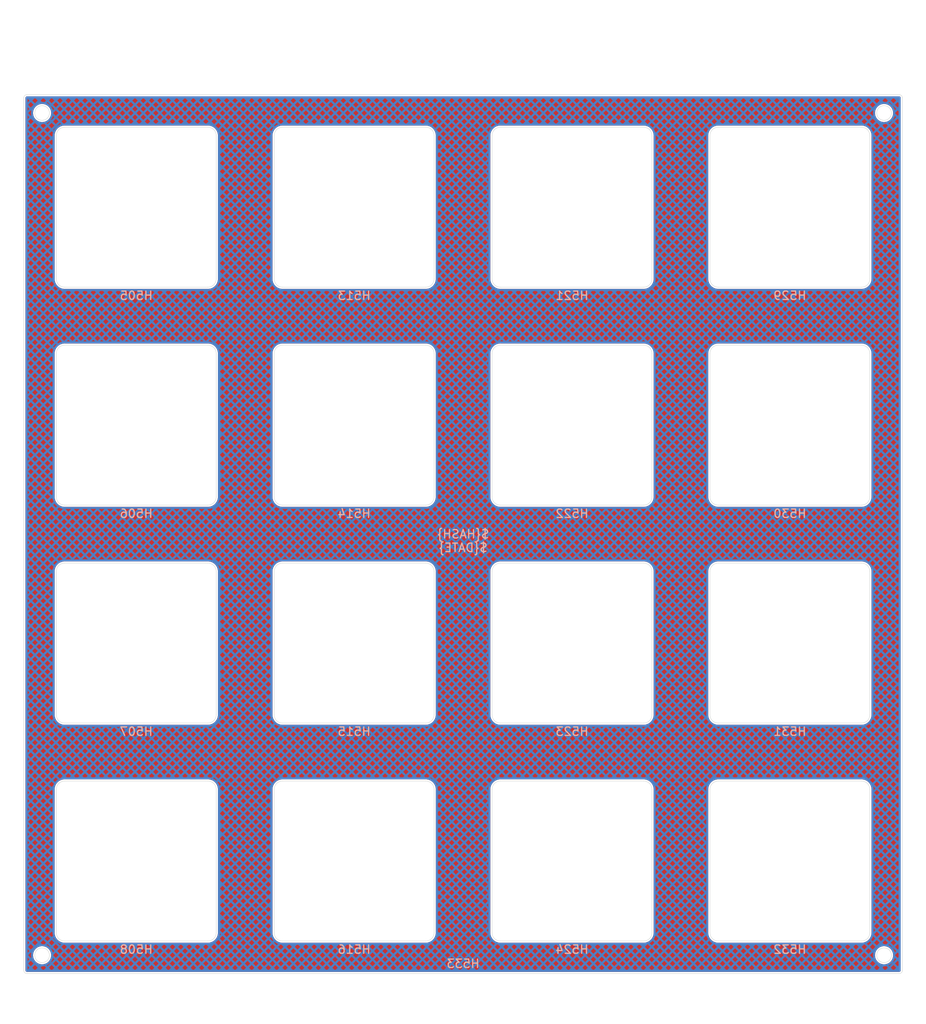
<source format=kicad_pcb>
(kicad_pcb (version 20240108) (generator "pcbnew") (generator_version "8.0")
  (layers (0 "F.Cu" signal) (31 "B.Cu" signal) (34 "B.Paste" user) (35 "F.Paste" user) (36 "B.SilkS" user "B.Silkscreen") (37 "F.SilkS" user "F.Silkscreen") (38 "B.Mask" user) (39 "F.Mask" user) (44 "Edge.Cuts" user))
  (net 0 "")
  (footprint "suku_basics:FP_BUTTON" (layer "F.Cu") (at 138.814375 87.061875)
    (property "Reference" "H530" (at 0 10.5 0) (layer "B.SilkS") (effects (justify mirror)))
    (property "Value" "Button")
    (fp_line (start -9.5 8.5) (end -9.5 -8.5) (stroke (width 0.05)) (layer "Edge.Cuts"))
    (fp_line (start -8.5 -9.5) (end 8.5 -9.5) (stroke (width 0.05)) (layer "Edge.Cuts"))
    (fp_line (start 8.5 9.5) (end -8.5 9.5) (stroke (width 0.05)) (layer "Edge.Cuts"))
    (fp_line (start 9.5 -8.5) (end 9.5 8.5) (stroke (width 0.05)) (layer "Edge.Cuts"))
    (fp_arc (start -9.5 -8.5) (mid -9.207089 -9.207089) (end -8.5 -9.5) (stroke (width 0.05)) (layer "Edge.Cuts"))
    (fp_arc (start -8.5 9.5) (mid -9.207114 9.207114) (end -9.5 8.5) (stroke (width 0.05)) (layer "Edge.Cuts"))
    (fp_arc (start 8.5 -9.5) (mid 9.207107 -9.207107) (end 9.5 -8.5) (stroke (width 0.05)) (layer "Edge.Cuts"))
    (fp_arc (start 9.5 8.5) (mid 9.207124 9.207124) (end 8.5 9.5) (stroke (width 0.05)) (layer "Edge.Cuts"))
  )
  (footprint "suku_basics:FP_BUTTON" (layer "F.Cu") (at 87.061875 112.938125)
    (property "Reference" "H515" (at 0 10.5 0) (layer "B.SilkS") (effects (justify mirror)))
    (property "Value" "Button")
    (fp_line (start -9.5 8.5) (end -9.5 -8.5) (stroke (width 0.05)) (layer "Edge.Cuts"))
    (fp_line (start -8.5 -9.5) (end 8.5 -9.5) (stroke (width 0.05)) (layer "Edge.Cuts"))
    (fp_line (start 8.5 9.5) (end -8.5 9.5) (stroke (width 0.05)) (layer "Edge.Cuts"))
    (fp_line (start 9.5 -8.5) (end 9.5 8.5) (stroke (width 0.05)) (layer "Edge.Cuts"))
    (fp_arc (start -9.5 -8.5) (mid -9.207089 -9.207089) (end -8.5 -9.5) (stroke (width 0.05)) (layer "Edge.Cuts"))
    (fp_arc (start -8.5 9.5) (mid -9.207114 9.207114) (end -9.5 8.5) (stroke (width 0.05)) (layer "Edge.Cuts"))
    (fp_arc (start 8.5 -9.5) (mid 9.207107 -9.207107) (end 9.5 -8.5) (stroke (width 0.05)) (layer "Edge.Cuts"))
    (fp_arc (start 9.5 8.5) (mid 9.207124 9.207124) (end 8.5 9.5) (stroke (width 0.05)) (layer "Edge.Cuts"))
  )
  (footprint "suku_basics:FP_BUTTON" (layer "F.Cu") (at 87.061875 138.814375)
    (property "Reference" "H516" (at 0 10.5 0) (layer "B.SilkS") (effects (justify mirror)))
    (property "Value" "Button")
    (fp_line (start -9.5 8.5) (end -9.5 -8.5) (stroke (width 0.05)) (layer "Edge.Cuts"))
    (fp_line (start -8.5 -9.5) (end 8.5 -9.5) (stroke (width 0.05)) (layer "Edge.Cuts"))
    (fp_line (start 8.5 9.5) (end -8.5 9.5) (stroke (width 0.05)) (layer "Edge.Cuts"))
    (fp_line (start 9.5 -8.5) (end 9.5 8.5) (stroke (width 0.05)) (layer "Edge.Cuts"))
    (fp_arc (start -9.5 -8.5) (mid -9.207089 -9.207089) (end -8.5 -9.5) (stroke (width 0.05)) (layer "Edge.Cuts"))
    (fp_arc (start -8.5 9.5) (mid -9.207114 9.207114) (end -9.5 8.5) (stroke (width 0.05)) (layer "Edge.Cuts"))
    (fp_arc (start 8.5 -9.5) (mid 9.207107 -9.207107) (end 9.5 -8.5) (stroke (width 0.05)) (layer "Edge.Cuts"))
    (fp_arc (start 9.5 8.5) (mid 9.207124 9.207124) (end 8.5 9.5) (stroke (width 0.05)) (layer "Edge.Cuts"))
  )
  (footprint "suku_basics:FP_BUTTON" (layer "F.Cu") (at 112.938125 112.938125)
    (property "Reference" "H523" (at 0 10.5 0) (layer "B.SilkS") (effects (justify mirror)))
    (property "Value" "Button")
    (fp_line (start -9.5 8.5) (end -9.5 -8.5) (stroke (width 0.05)) (layer "Edge.Cuts"))
    (fp_line (start -8.5 -9.5) (end 8.5 -9.5) (stroke (width 0.05)) (layer "Edge.Cuts"))
    (fp_line (start 8.5 9.5) (end -8.5 9.5) (stroke (width 0.05)) (layer "Edge.Cuts"))
    (fp_line (start 9.5 -8.5) (end 9.5 8.5) (stroke (width 0.05)) (layer "Edge.Cuts"))
    (fp_arc (start -9.5 -8.5) (mid -9.207089 -9.207089) (end -8.5 -9.5) (stroke (width 0.05)) (layer "Edge.Cuts"))
    (fp_arc (start -8.5 9.5) (mid -9.207114 9.207114) (end -9.5 8.5) (stroke (width 0.05)) (layer "Edge.Cuts"))
    (fp_arc (start 8.5 -9.5) (mid 9.207107 -9.207107) (end 9.5 -8.5) (stroke (width 0.05)) (layer "Edge.Cuts"))
    (fp_arc (start 9.5 8.5) (mid 9.207124 9.207124) (end 8.5 9.5) (stroke (width 0.05)) (layer "Edge.Cuts"))
  )
  (footprint "suku_basics:FP_BUTTON" (layer "F.Cu") (at 138.814375 61.185625)
    (property "Reference" "H529" (at 0 10.5 0) (layer "B.SilkS") (effects (justify mirror)))
    (property "Value" "Button")
    (fp_line (start -9.5 8.5) (end -9.5 -8.5) (stroke (width 0.05)) (layer "Edge.Cuts"))
    (fp_line (start -8.5 -9.5) (end 8.5 -9.5) (stroke (width 0.05)) (layer "Edge.Cuts"))
    (fp_line (start 8.5 9.5) (end -8.5 9.5) (stroke (width 0.05)) (layer "Edge.Cuts"))
    (fp_line (start 9.5 -8.5) (end 9.5 8.5) (stroke (width 0.05)) (layer "Edge.Cuts"))
    (fp_arc (start -9.5 -8.5) (mid -9.207089 -9.207089) (end -8.5 -9.5) (stroke (width 0.05)) (layer "Edge.Cuts"))
    (fp_arc (start -8.5 9.5) (mid -9.207114 9.207114) (end -9.5 8.5) (stroke (width 0.05)) (layer "Edge.Cuts"))
    (fp_arc (start 8.5 -9.5) (mid 9.207107 -9.207107) (end 9.5 -8.5) (stroke (width 0.05)) (layer "Edge.Cuts"))
    (fp_arc (start 9.5 8.5) (mid 9.207124 9.207124) (end 8.5 9.5) (stroke (width 0.05)) (layer "Edge.Cuts"))
  )
  (footprint "suku_basics:FP_BUTTON" (layer "F.Cu") (at 138.814375 112.938125)
    (property "Reference" "H531" (at 0 10.5 0) (layer "B.SilkS") (effects (justify mirror)))
    (property "Value" "Button")
    (fp_line (start -9.5 8.5) (end -9.5 -8.5) (stroke (width 0.05)) (layer "Edge.Cuts"))
    (fp_line (start -8.5 -9.5) (end 8.5 -9.5) (stroke (width 0.05)) (layer "Edge.Cuts"))
    (fp_line (start 8.5 9.5) (end -8.5 9.5) (stroke (width 0.05)) (layer "Edge.Cuts"))
    (fp_line (start 9.5 -8.5) (end 9.5 8.5) (stroke (width 0.05)) (layer "Edge.Cuts"))
    (fp_arc (start -9.5 -8.5) (mid -9.207089 -9.207089) (end -8.5 -9.5) (stroke (width 0.05)) (layer "Edge.Cuts"))
    (fp_arc (start -8.5 9.5) (mid -9.207114 9.207114) (end -9.5 8.5) (stroke (width 0.05)) (layer "Edge.Cuts"))
    (fp_arc (start 8.5 -9.5) (mid 9.207107 -9.207107) (end 9.5 -8.5) (stroke (width 0.05)) (layer "Edge.Cuts"))
    (fp_arc (start 9.5 8.5) (mid 9.207124 9.207124) (end 8.5 9.5) (stroke (width 0.05)) (layer "Edge.Cuts"))
  )
  (footprint "suku_basics:FP_BUTTON" (layer "F.Cu") (at 61.185625 112.938125)
    (property "Reference" "H507" (at 0 10.5 0) (layer "B.SilkS") (effects (justify mirror)))
    (property "Value" "Button")
    (fp_line (start -9.5 8.5) (end -9.5 -8.5) (stroke (width 0.05)) (layer "Edge.Cuts"))
    (fp_line (start -8.5 -9.5) (end 8.5 -9.5) (stroke (width 0.05)) (layer "Edge.Cuts"))
    (fp_line (start 8.5 9.5) (end -8.5 9.5) (stroke (width 0.05)) (layer "Edge.Cuts"))
    (fp_line (start 9.5 -8.5) (end 9.5 8.5) (stroke (width 0.05)) (layer "Edge.Cuts"))
    (fp_arc (start -9.5 -8.5) (mid -9.207089 -9.207089) (end -8.5 -9.5) (stroke (width 0.05)) (layer "Edge.Cuts"))
    (fp_arc (start -8.5 9.5) (mid -9.207114 9.207114) (end -9.5 8.5) (stroke (width 0.05)) (layer "Edge.Cuts"))
    (fp_arc (start 8.5 -9.5) (mid 9.207107 -9.207107) (end 9.5 -8.5) (stroke (width 0.05)) (layer "Edge.Cuts"))
    (fp_arc (start 9.5 8.5) (mid 9.207124 9.207124) (end 8.5 9.5) (stroke (width 0.05)) (layer "Edge.Cuts"))
  )
  (footprint "suku_basics:FP_OUTLINE" (layer "F.Cu") (at 100 100)
    (property "Reference" "H533" (at 0 51 0) (layer "B.SilkS") (effects (justify mirror)))
    (property "Value" "Outline")
    (fp_line (start -52.175 51.8) (end -52.175 -51.8) (stroke (width 0.05)) (layer "Edge.Cuts"))
    (fp_line (start -51.8 -52.175) (end 51.8 -52.175) (stroke (width 0.05)) (layer "Edge.Cuts"))
    (fp_line (start 51.8 52.175) (end -51.8 52.175) (stroke (width 0.05)) (layer "Edge.Cuts"))
    (fp_line (start 52.175 -51.8) (end 52.175 51.8) (stroke (width 0.05)) (layer "Edge.Cuts"))
    (fp_arc (start -52.175 -51.8) (mid -52.065165 -52.065165) (end -51.8 -52.175) (stroke (width 0.05)) (layer "Edge.Cuts"))
    (fp_arc (start -51.8 52.175) (mid -52.065165 52.065165) (end -52.175 51.8) (stroke (width 0.05)) (layer "Edge.Cuts"))
    (fp_arc (start 51.8 -52.175) (mid 52.065165 -52.065165) (end 52.175 -51.8) (stroke (width 0.05)) (layer "Edge.Cuts"))
    (fp_arc (start 52.175 51.8) (mid 52.065165 52.065165) (end 51.8 52.175) (stroke (width 0.05)) (layer "Edge.Cuts"))
    (fp_circle (center -50 -50) (end -49.125 -50) (stroke (width 0.05)) (fill none) (layer "Edge.Cuts"))
    (fp_circle (center -50 50) (end -49.125 50) (stroke (width 0.05)) (fill none) (layer "Edge.Cuts"))
    (fp_circle (center 50 -50) (end 50.875 -50) (stroke (width 0.05)) (fill none) (layer "Edge.Cuts"))
    (fp_circle (center 50 50) (end 50.875 50) (stroke (width 0.05)) (fill none) (layer "Edge.Cuts"))
  )
  (footprint "suku_basics:FP_BUTTON" (layer "F.Cu") (at 61.185625 138.814375)
    (property "Reference" "H508" (at 0 10.5 0) (layer "B.SilkS") (effects (justify mirror)))
    (property "Value" "Button")
    (fp_line (start -9.5 8.5) (end -9.5 -8.5) (stroke (width 0.05)) (layer "Edge.Cuts"))
    (fp_line (start -8.5 -9.5) (end 8.5 -9.5) (stroke (width 0.05)) (layer "Edge.Cuts"))
    (fp_line (start 8.5 9.5) (end -8.5 9.5) (stroke (width 0.05)) (layer "Edge.Cuts"))
    (fp_line (start 9.5 -8.5) (end 9.5 8.5) (stroke (width 0.05)) (layer "Edge.Cuts"))
    (fp_arc (start -9.5 -8.5) (mid -9.207089 -9.207089) (end -8.5 -9.5) (stroke (width 0.05)) (layer "Edge.Cuts"))
    (fp_arc (start -8.5 9.5) (mid -9.207114 9.207114) (end -9.5 8.5) (stroke (width 0.05)) (layer "Edge.Cuts"))
    (fp_arc (start 8.5 -9.5) (mid 9.207107 -9.207107) (end 9.5 -8.5) (stroke (width 0.05)) (layer "Edge.Cuts"))
    (fp_arc (start 9.5 8.5) (mid 9.207124 9.207124) (end 8.5 9.5) (stroke (width 0.05)) (layer "Edge.Cuts"))
  )
  (footprint "suku_basics:FP_BUTTON" (layer "F.Cu") (at 112.938125 87.061875)
    (property "Reference" "H522" (at 0 10.5 0) (layer "B.SilkS") (effects (justify mirror)))
    (property "Value" "Button")
    (fp_line (start -9.5 8.5) (end -9.5 -8.5) (stroke (width 0.05)) (layer "Edge.Cuts"))
    (fp_line (start -8.5 -9.5) (end 8.5 -9.5) (stroke (width 0.05)) (layer "Edge.Cuts"))
    (fp_line (start 8.5 9.5) (end -8.5 9.5) (stroke (width 0.05)) (layer "Edge.Cuts"))
    (fp_line (start 9.5 -8.5) (end 9.5 8.5) (stroke (width 0.05)) (layer "Edge.Cuts"))
    (fp_arc (start -9.5 -8.5) (mid -9.207089 -9.207089) (end -8.5 -9.5) (stroke (width 0.05)) (layer "Edge.Cuts"))
    (fp_arc (start -8.5 9.5) (mid -9.207114 9.207114) (end -9.5 8.5) (stroke (width 0.05)) (layer "Edge.Cuts"))
    (fp_arc (start 8.5 -9.5) (mid 9.207107 -9.207107) (end 9.5 -8.5) (stroke (width 0.05)) (layer "Edge.Cuts"))
    (fp_arc (start 9.5 8.5) (mid 9.207124 9.207124) (end 8.5 9.5) (stroke (width 0.05)) (layer "Edge.Cuts"))
  )
  (footprint "suku_basics:FP_BUTTON" (layer "F.Cu") (at 61.185625 61.185625)
    (property "Reference" "H505" (at 0 10.5 0) (layer "B.SilkS") (effects (justify mirror)))
    (property "Value" "Button")
    (fp_line (start -9.5 8.5) (end -9.5 -8.5) (stroke (width 0.05)) (layer "Edge.Cuts"))
    (fp_line (start -8.5 -9.5) (end 8.5 -9.5) (stroke (width 0.05)) (layer "Edge.Cuts"))
    (fp_line (start 8.5 9.5) (end -8.5 9.5) (stroke (width 0.05)) (layer "Edge.Cuts"))
    (fp_line (start 9.5 -8.5) (end 9.5 8.5) (stroke (width 0.05)) (layer "Edge.Cuts"))
    (fp_arc (start -9.5 -8.5) (mid -9.207089 -9.207089) (end -8.5 -9.5) (stroke (width 0.05)) (layer "Edge.Cuts"))
    (fp_arc (start -8.5 9.5) (mid -9.207114 9.207114) (end -9.5 8.5) (stroke (width 0.05)) (layer "Edge.Cuts"))
    (fp_arc (start 8.5 -9.5) (mid 9.207107 -9.207107) (end 9.5 -8.5) (stroke (width 0.05)) (layer "Edge.Cuts"))
    (fp_arc (start 9.5 8.5) (mid 9.207124 9.207124) (end 8.5 9.5) (stroke (width 0.05)) (layer "Edge.Cuts"))
  )
  (footprint "suku_basics:FP_BUTTON" (layer "F.Cu") (at 61.185625 87.061875)
    (property "Reference" "H506" (at 0 10.5 0) (layer "B.SilkS") (effects (justify mirror)))
    (property "Value" "Button")
    (fp_line (start -9.5 8.5) (end -9.5 -8.5) (stroke (width 0.05)) (layer "Edge.Cuts"))
    (fp_line (start -8.5 -9.5) (end 8.5 -9.5) (stroke (width 0.05)) (layer "Edge.Cuts"))
    (fp_line (start 8.5 9.5) (end -8.5 9.5) (stroke (width 0.05)) (layer "Edge.Cuts"))
    (fp_line (start 9.5 -8.5) (end 9.5 8.5) (stroke (width 0.05)) (layer "Edge.Cuts"))
    (fp_arc (start -9.5 -8.5) (mid -9.207089 -9.207089) (end -8.5 -9.5) (stroke (width 0.05)) (layer "Edge.Cuts"))
    (fp_arc (start -8.5 9.5) (mid -9.207114 9.207114) (end -9.5 8.5) (stroke (width 0.05)) (layer "Edge.Cuts"))
    (fp_arc (start 8.5 -9.5) (mid 9.207107 -9.207107) (end 9.5 -8.5) (stroke (width 0.05)) (layer "Edge.Cuts"))
    (fp_arc (start 9.5 8.5) (mid 9.207124 9.207124) (end 8.5 9.5) (stroke (width 0.05)) (layer "Edge.Cuts"))
  )
  (footprint "suku_basics:FP_BUTTON" (layer "F.Cu") (at 112.938125 138.814375)
    (property "Reference" "H524" (at 0 10.5 0) (layer "B.SilkS") (effects (justify mirror)))
    (property "Value" "Button")
    (fp_line (start -9.5 8.5) (end -9.5 -8.5) (stroke (width 0.05)) (layer "Edge.Cuts"))
    (fp_line (start -8.5 -9.5) (end 8.5 -9.5) (stroke (width 0.05)) (layer "Edge.Cuts"))
    (fp_line (start 8.5 9.5) (end -8.5 9.5) (stroke (width 0.05)) (layer "Edge.Cuts"))
    (fp_line (start 9.5 -8.5) (end 9.5 8.5) (stroke (width 0.05)) (layer "Edge.Cuts"))
    (fp_arc (start -9.5 -8.5) (mid -9.207089 -9.207089) (end -8.5 -9.5) (stroke (width 0.05)) (layer "Edge.Cuts"))
    (fp_arc (start -8.5 9.5) (mid -9.207114 9.207114) (end -9.5 8.5) (stroke (width 0.05)) (layer "Edge.Cuts"))
    (fp_arc (start 8.5 -9.5) (mid 9.207107 -9.207107) (end 9.5 -8.5) (stroke (width 0.05)) (layer "Edge.Cuts"))
    (fp_arc (start 9.5 8.5) (mid 9.207124 9.207124) (end 8.5 9.5) (stroke (width 0.05)) (layer "Edge.Cuts"))
  )
  (footprint "suku_basics:FP_BUTTON" (layer "F.Cu") (at 87.061875 87.061875)
    (property "Reference" "H514" (at 0 10.5 0) (layer "B.SilkS") (effects (justify mirror)))
    (property "Value" "Button")
    (fp_line (start -9.5 8.5) (end -9.5 -8.5) (stroke (width 0.05)) (layer "Edge.Cuts"))
    (fp_line (start -8.5 -9.5) (end 8.5 -9.5) (stroke (width 0.05)) (layer "Edge.Cuts"))
    (fp_line (start 8.5 9.5) (end -8.5 9.5) (stroke (width 0.05)) (layer "Edge.Cuts"))
    (fp_line (start 9.5 -8.5) (end 9.5 8.5) (stroke (width 0.05)) (layer "Edge.Cuts"))
    (fp_arc (start -9.5 -8.5) (mid -9.207089 -9.207089) (end -8.5 -9.5) (stroke (width 0.05)) (layer "Edge.Cuts"))
    (fp_arc (start -8.5 9.5) (mid -9.207114 9.207114) (end -9.5 8.5) (stroke (width 0.05)) (layer "Edge.Cuts"))
    (fp_arc (start 8.5 -9.5) (mid 9.207107 -9.207107) (end 9.5 -8.5) (stroke (width 0.05)) (layer "Edge.Cuts"))
    (fp_arc (start 9.5 8.5) (mid 9.207124 9.207124) (end 8.5 9.5) (stroke (width 0.05)) (layer "Edge.Cuts"))
  )
  (footprint "suku_basics:FP_BUTTON" (layer "F.Cu") (at 112.938125 61.185625)
    (property "Reference" "H521" (at 0 10.5 0) (layer "B.SilkS") (effects (justify mirror)))
    (property "Value" "Button")
    (fp_line (start -9.5 8.5) (end -9.5 -8.5) (stroke (width 0.05)) (layer "Edge.Cuts"))
    (fp_line (start -8.5 -9.5) (end 8.5 -9.5) (stroke (width 0.05)) (layer "Edge.Cuts"))
    (fp_line (start 8.5 9.5) (end -8.5 9.5) (stroke (width 0.05)) (layer "Edge.Cuts"))
    (fp_line (start 9.5 -8.5) (end 9.5 8.5) (stroke (width 0.05)) (layer "Edge.Cuts"))
    (fp_arc (start -9.5 -8.5) (mid -9.207089 -9.207089) (end -8.5 -9.5) (stroke (width 0.05)) (layer "Edge.Cuts"))
    (fp_arc (start -8.5 9.5) (mid -9.207114 9.207114) (end -9.5 8.5) (stroke (width 0.05)) (layer "Edge.Cuts"))
    (fp_arc (start 8.5 -9.5) (mid 9.207107 -9.207107) (end 9.5 -8.5) (stroke (width 0.05)) (layer "Edge.Cuts"))
    (fp_arc (start 9.5 8.5) (mid 9.207124 9.207124) (end 8.5 9.5) (stroke (width 0.05)) (layer "Edge.Cuts"))
  )
  (footprint "suku_basics:FP_BUTTON" (layer "F.Cu") (at 87.061875 61.185625)
    (property "Reference" "H513" (at 0 10.5 0) (layer "B.SilkS") (effects (justify mirror)))
    (property "Value" "Button")
    (fp_line (start -9.5 8.5) (end -9.5 -8.5) (stroke (width 0.05)) (layer "Edge.Cuts"))
    (fp_line (start -8.5 -9.5) (end 8.5 -9.5) (stroke (width 0.05)) (layer "Edge.Cuts"))
    (fp_line (start 8.5 9.5) (end -8.5 9.5) (stroke (width 0.05)) (layer "Edge.Cuts"))
    (fp_line (start 9.5 -8.5) (end 9.5 8.5) (stroke (width 0.05)) (layer "Edge.Cuts"))
    (fp_arc (start -9.5 -8.5) (mid -9.207089 -9.207089) (end -8.5 -9.5) (stroke (width 0.05)) (layer "Edge.Cuts"))
    (fp_arc (start -8.5 9.5) (mid -9.207114 9.207114) (end -9.5 8.5) (stroke (width 0.05)) (layer "Edge.Cuts"))
    (fp_arc (start 8.5 -9.5) (mid 9.207107 -9.207107) (end 9.5 -8.5) (stroke (width 0.05)) (layer "Edge.Cuts"))
    (fp_arc (start 9.5 8.5) (mid 9.207124 9.207124) (end 8.5 9.5) (stroke (width 0.05)) (layer "Edge.Cuts"))
  )
  (footprint "suku_basics:FP_BUTTON" (layer "F.Cu") (at 138.814375 138.814375)
    (property "Reference" "H532" (at 0 10.5 0) (layer "B.SilkS") (effects (justify mirror)))
    (property "Value" "Button")
    (fp_line (start -9.5 8.5) (end -9.5 -8.5) (stroke (width 0.05)) (layer "Edge.Cuts"))
    (fp_line (start -8.5 -9.5) (end 8.5 -9.5) (stroke (width 0.05)) (layer "Edge.Cuts"))
    (fp_line (start 8.5 9.5) (end -8.5 9.5) (stroke (width 0.05)) (layer "Edge.Cuts"))
    (fp_line (start 9.5 -8.5) (end 9.5 8.5) (stroke (width 0.05)) (layer "Edge.Cuts"))
    (fp_arc (start -9.5 -8.5) (mid -9.207089 -9.207089) (end -8.5 -9.5) (stroke (width 0.05)) (layer "Edge.Cuts"))
    (fp_arc (start -8.5 9.5) (mid -9.207114 9.207114) (end -9.5 8.5) (stroke (width 0.05)) (layer "Edge.Cuts"))
    (fp_arc (start 8.5 -9.5) (mid 9.207107 -9.207107) (end 9.5 -8.5) (stroke (width 0.05)) (layer "Edge.Cuts"))
    (fp_arc (start 9.5 8.5) (mid 9.207124 9.207124) (end 8.5 9.5) (stroke (width 0.05)) (layer "Edge.Cuts"))
  )
  (gr_text "${PROJECTNAME}\n${HASH}\n${DATE}" (at 100 100 0) (layer "B.SilkS") (effects (font (size 1 1)) (justify mirror)))
  (zone (net 0) (net_name "") (layer "F.Cu") (connect_pads (clearance 0.254)) (min_thickness 0.1524) (fill yes (thermal_gap 0.508) (thermal_bridge_width 0.254) (island_removal_mode 1) (island_area_min 10))
    (polygon (pts (xy 45 45) (xy 54 45) (xy 55 41) (xy 57 41) (xy 58 45) (xy 155 45) (xy 155 155) (xy 45 155)))
  )
  (zone (net 0) (net_name "") (layer "B.Cu") (connect_pads (clearance 0.254)) (min_thickness 0.1524) (fill yes (mode hatch) (thermal_gap 0.508) (thermal_bridge_width 0.254) (island_removal_mode 1) (island_area_min 10) (hatch_thickness 0.25) (hatch_gap 0.45) (hatch_orientation 45) (hatch_border_algorithm hatch_thickness) (hatch_min_hole_area 0.3))
    (polygon (pts (xy 45 45) (xy 46 41) (xy 48 41) (xy 49 45) (xy 155 45) (xy 155 155) (xy 45 155)))
  )
)
</source>
